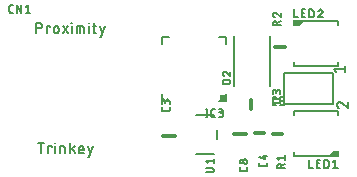
<source format=gbr>
G04 EAGLE Gerber RS-274X export*
G75*
%MOMM*%
%FSLAX34Y34*%
%LPD*%
%INSilkscreen Top*%
%IPPOS*%
%AMOC8*
5,1,8,0,0,1.08239X$1,22.5*%
G01*
%ADD10C,0.127000*%
%ADD11C,0.152400*%
%ADD12C,0.304800*%
%ADD13C,0.203200*%
%ADD14R,0.500000X0.500000*%

G36*
X228665Y-57773D02*
X228665Y-57773D01*
X228731Y-57771D01*
X228774Y-57753D01*
X228821Y-57745D01*
X228878Y-57711D01*
X228938Y-57686D01*
X228973Y-57655D01*
X229014Y-57630D01*
X229056Y-57579D01*
X229104Y-57535D01*
X229126Y-57493D01*
X229155Y-57456D01*
X229176Y-57394D01*
X229207Y-57335D01*
X229215Y-57281D01*
X229227Y-57244D01*
X229226Y-57204D01*
X229234Y-57150D01*
X229234Y-53340D01*
X229223Y-53275D01*
X229221Y-53209D01*
X229203Y-53166D01*
X229195Y-53119D01*
X229161Y-53062D01*
X229136Y-53002D01*
X229105Y-52967D01*
X229080Y-52926D01*
X229029Y-52885D01*
X228985Y-52836D01*
X228943Y-52814D01*
X228906Y-52785D01*
X228844Y-52764D01*
X228785Y-52733D01*
X228731Y-52725D01*
X228694Y-52713D01*
X228654Y-52714D01*
X228600Y-52706D01*
X224790Y-52706D01*
X224748Y-52713D01*
X224706Y-52711D01*
X224639Y-52733D01*
X224569Y-52745D01*
X224533Y-52767D01*
X224492Y-52780D01*
X224419Y-52834D01*
X224376Y-52860D01*
X224373Y-52863D01*
X224371Y-52864D01*
X224361Y-52877D01*
X224342Y-52892D01*
X220532Y-56702D01*
X220481Y-56775D01*
X220425Y-56844D01*
X220417Y-56866D01*
X220403Y-56886D01*
X220381Y-56972D01*
X220353Y-57056D01*
X220353Y-57080D01*
X220348Y-57103D01*
X220357Y-57192D01*
X220359Y-57281D01*
X220368Y-57303D01*
X220371Y-57326D01*
X220410Y-57406D01*
X220444Y-57488D01*
X220460Y-57506D01*
X220470Y-57527D01*
X220535Y-57588D01*
X220595Y-57654D01*
X220616Y-57665D01*
X220633Y-57681D01*
X220715Y-57716D01*
X220795Y-57757D01*
X220821Y-57760D01*
X220840Y-57769D01*
X220890Y-57771D01*
X220980Y-57784D01*
X228600Y-57784D01*
X228665Y-57773D01*
G37*
G36*
X194352Y52713D02*
X194352Y52713D01*
X194394Y52711D01*
X194461Y52733D01*
X194531Y52745D01*
X194567Y52767D01*
X194608Y52780D01*
X194681Y52834D01*
X194724Y52860D01*
X194737Y52876D01*
X194758Y52892D01*
X198568Y56702D01*
X198619Y56775D01*
X198675Y56844D01*
X198683Y56866D01*
X198697Y56886D01*
X198719Y56972D01*
X198747Y57056D01*
X198747Y57080D01*
X198753Y57103D01*
X198743Y57192D01*
X198741Y57281D01*
X198732Y57303D01*
X198729Y57326D01*
X198690Y57406D01*
X198656Y57488D01*
X198640Y57506D01*
X198630Y57527D01*
X198565Y57588D01*
X198505Y57654D01*
X198484Y57665D01*
X198467Y57681D01*
X198385Y57716D01*
X198305Y57757D01*
X198279Y57760D01*
X198260Y57769D01*
X198210Y57771D01*
X198120Y57784D01*
X190500Y57784D01*
X190435Y57773D01*
X190369Y57771D01*
X190326Y57753D01*
X190279Y57745D01*
X190222Y57711D01*
X190162Y57686D01*
X190127Y57655D01*
X190086Y57630D01*
X190045Y57579D01*
X189996Y57535D01*
X189974Y57493D01*
X189945Y57456D01*
X189924Y57394D01*
X189893Y57335D01*
X189885Y57281D01*
X189873Y57244D01*
X189873Y57240D01*
X189873Y57239D01*
X189874Y57204D01*
X189866Y57150D01*
X189866Y53340D01*
X189877Y53275D01*
X189879Y53209D01*
X189897Y53166D01*
X189905Y53119D01*
X189939Y53062D01*
X189964Y53002D01*
X189995Y52967D01*
X190020Y52926D01*
X190071Y52885D01*
X190115Y52836D01*
X190157Y52814D01*
X190194Y52785D01*
X190256Y52764D01*
X190315Y52733D01*
X190369Y52725D01*
X190406Y52713D01*
X190446Y52714D01*
X190500Y52706D01*
X194310Y52706D01*
X194352Y52713D01*
G37*
D10*
X-27305Y46990D02*
X-27305Y55880D01*
X-24836Y55880D01*
X-24738Y55878D01*
X-24640Y55872D01*
X-24542Y55862D01*
X-24445Y55849D01*
X-24348Y55831D01*
X-24252Y55810D01*
X-24158Y55785D01*
X-24064Y55756D01*
X-23971Y55724D01*
X-23880Y55687D01*
X-23790Y55648D01*
X-23702Y55604D01*
X-23616Y55557D01*
X-23531Y55507D01*
X-23449Y55454D01*
X-23369Y55397D01*
X-23291Y55337D01*
X-23216Y55274D01*
X-23143Y55208D01*
X-23073Y55139D01*
X-23006Y55068D01*
X-22941Y54994D01*
X-22880Y54917D01*
X-22821Y54838D01*
X-22766Y54757D01*
X-22714Y54674D01*
X-22666Y54588D01*
X-22621Y54501D01*
X-22579Y54412D01*
X-22541Y54322D01*
X-22507Y54230D01*
X-22476Y54137D01*
X-22449Y54042D01*
X-22426Y53947D01*
X-22406Y53850D01*
X-22391Y53754D01*
X-22379Y53656D01*
X-22371Y53558D01*
X-22367Y53460D01*
X-22367Y53362D01*
X-22371Y53264D01*
X-22379Y53166D01*
X-22391Y53068D01*
X-22406Y52972D01*
X-22426Y52875D01*
X-22449Y52780D01*
X-22476Y52685D01*
X-22507Y52592D01*
X-22541Y52500D01*
X-22579Y52410D01*
X-22621Y52321D01*
X-22666Y52234D01*
X-22714Y52148D01*
X-22766Y52065D01*
X-22821Y51984D01*
X-22880Y51905D01*
X-22941Y51828D01*
X-23006Y51754D01*
X-23073Y51683D01*
X-23143Y51614D01*
X-23216Y51548D01*
X-23291Y51485D01*
X-23369Y51425D01*
X-23449Y51368D01*
X-23531Y51315D01*
X-23616Y51265D01*
X-23702Y51218D01*
X-23790Y51174D01*
X-23880Y51135D01*
X-23971Y51098D01*
X-24064Y51066D01*
X-24158Y51037D01*
X-24252Y51012D01*
X-24348Y50991D01*
X-24445Y50973D01*
X-24542Y50960D01*
X-24640Y50950D01*
X-24738Y50944D01*
X-24836Y50942D01*
X-24836Y50941D02*
X-27305Y50941D01*
X-18382Y52917D02*
X-18382Y46990D01*
X-18382Y52917D02*
X-15419Y52917D01*
X-15419Y51929D01*
X-12354Y50941D02*
X-12354Y48966D01*
X-12355Y50941D02*
X-12353Y51028D01*
X-12347Y51116D01*
X-12338Y51203D01*
X-12324Y51289D01*
X-12307Y51375D01*
X-12286Y51459D01*
X-12261Y51543D01*
X-12232Y51626D01*
X-12200Y51707D01*
X-12165Y51787D01*
X-12126Y51865D01*
X-12083Y51942D01*
X-12037Y52016D01*
X-11988Y52088D01*
X-11936Y52158D01*
X-11880Y52226D01*
X-11822Y52291D01*
X-11761Y52354D01*
X-11697Y52413D01*
X-11630Y52470D01*
X-11562Y52524D01*
X-11490Y52575D01*
X-11417Y52622D01*
X-11342Y52667D01*
X-11264Y52708D01*
X-11185Y52745D01*
X-11105Y52779D01*
X-11023Y52809D01*
X-10940Y52836D01*
X-10855Y52859D01*
X-10770Y52878D01*
X-10684Y52893D01*
X-10597Y52905D01*
X-10510Y52913D01*
X-10423Y52917D01*
X-10335Y52917D01*
X-10248Y52913D01*
X-10161Y52905D01*
X-10074Y52893D01*
X-9988Y52878D01*
X-9903Y52859D01*
X-9818Y52836D01*
X-9735Y52809D01*
X-9653Y52779D01*
X-9573Y52745D01*
X-9494Y52708D01*
X-9416Y52667D01*
X-9341Y52622D01*
X-9268Y52575D01*
X-9196Y52524D01*
X-9128Y52470D01*
X-9061Y52413D01*
X-8997Y52354D01*
X-8936Y52291D01*
X-8878Y52226D01*
X-8822Y52158D01*
X-8770Y52088D01*
X-8721Y52016D01*
X-8675Y51942D01*
X-8632Y51865D01*
X-8593Y51787D01*
X-8558Y51707D01*
X-8526Y51626D01*
X-8497Y51543D01*
X-8472Y51459D01*
X-8451Y51375D01*
X-8434Y51289D01*
X-8420Y51203D01*
X-8411Y51116D01*
X-8405Y51028D01*
X-8403Y50941D01*
X-8403Y48966D01*
X-8405Y48879D01*
X-8411Y48791D01*
X-8420Y48704D01*
X-8434Y48618D01*
X-8451Y48532D01*
X-8472Y48448D01*
X-8497Y48364D01*
X-8526Y48281D01*
X-8558Y48200D01*
X-8593Y48120D01*
X-8632Y48042D01*
X-8675Y47965D01*
X-8721Y47891D01*
X-8770Y47819D01*
X-8822Y47749D01*
X-8878Y47681D01*
X-8936Y47616D01*
X-8997Y47553D01*
X-9061Y47494D01*
X-9128Y47437D01*
X-9196Y47383D01*
X-9268Y47332D01*
X-9341Y47285D01*
X-9416Y47240D01*
X-9494Y47199D01*
X-9573Y47162D01*
X-9653Y47128D01*
X-9735Y47098D01*
X-9818Y47071D01*
X-9903Y47048D01*
X-9988Y47029D01*
X-10074Y47014D01*
X-10161Y47002D01*
X-10248Y46994D01*
X-10335Y46990D01*
X-10423Y46990D01*
X-10510Y46994D01*
X-10597Y47002D01*
X-10684Y47014D01*
X-10770Y47029D01*
X-10855Y47048D01*
X-10940Y47071D01*
X-11023Y47098D01*
X-11105Y47128D01*
X-11185Y47162D01*
X-11264Y47199D01*
X-11342Y47240D01*
X-11417Y47285D01*
X-11490Y47332D01*
X-11562Y47383D01*
X-11630Y47437D01*
X-11697Y47494D01*
X-11761Y47553D01*
X-11822Y47616D01*
X-11880Y47681D01*
X-11936Y47749D01*
X-11988Y47819D01*
X-12037Y47891D01*
X-12083Y47965D01*
X-12126Y48042D01*
X-12165Y48120D01*
X-12200Y48200D01*
X-12232Y48281D01*
X-12261Y48364D01*
X-12286Y48448D01*
X-12307Y48532D01*
X-12324Y48618D01*
X-12338Y48704D01*
X-12347Y48791D01*
X-12353Y48879D01*
X-12355Y48966D01*
X-4734Y46990D02*
X-783Y52917D01*
X-4734Y52917D02*
X-783Y46990D01*
X2728Y46990D02*
X2728Y52917D01*
X2481Y55386D02*
X2481Y55880D01*
X2975Y55880D01*
X2975Y55386D01*
X2481Y55386D01*
X7079Y52917D02*
X7079Y46990D01*
X7079Y52917D02*
X11524Y52917D01*
X11599Y52915D01*
X11674Y52909D01*
X11748Y52900D01*
X11822Y52887D01*
X11895Y52870D01*
X11968Y52849D01*
X12039Y52825D01*
X12108Y52797D01*
X12177Y52766D01*
X12243Y52731D01*
X12308Y52693D01*
X12371Y52651D01*
X12431Y52607D01*
X12489Y52559D01*
X12545Y52509D01*
X12598Y52456D01*
X12648Y52400D01*
X12696Y52342D01*
X12740Y52282D01*
X12782Y52219D01*
X12820Y52154D01*
X12855Y52088D01*
X12886Y52019D01*
X12914Y51950D01*
X12938Y51879D01*
X12959Y51806D01*
X12976Y51733D01*
X12989Y51659D01*
X12998Y51585D01*
X13004Y51510D01*
X13006Y51435D01*
X13006Y46990D01*
X10043Y46990D02*
X10043Y52917D01*
X17358Y52917D02*
X17358Y46990D01*
X17111Y55386D02*
X17111Y55880D01*
X17605Y55880D01*
X17605Y55386D01*
X17111Y55386D01*
X20354Y52917D02*
X23317Y52917D01*
X21341Y55880D02*
X21341Y48472D01*
X21343Y48397D01*
X21349Y48322D01*
X21358Y48248D01*
X21371Y48174D01*
X21388Y48101D01*
X21409Y48028D01*
X21433Y47957D01*
X21461Y47888D01*
X21492Y47819D01*
X21527Y47753D01*
X21565Y47688D01*
X21607Y47625D01*
X21651Y47565D01*
X21699Y47507D01*
X21749Y47451D01*
X21802Y47398D01*
X21858Y47348D01*
X21916Y47300D01*
X21976Y47256D01*
X22039Y47214D01*
X22104Y47176D01*
X22170Y47141D01*
X22239Y47110D01*
X22308Y47082D01*
X22379Y47058D01*
X22452Y47037D01*
X22525Y47020D01*
X22599Y47007D01*
X22673Y46998D01*
X22748Y46992D01*
X22823Y46990D01*
X23317Y46990D01*
X26660Y44027D02*
X27648Y44027D01*
X30611Y52917D01*
X26660Y52917D02*
X28635Y46990D01*
X-23566Y-45720D02*
X-23566Y-54610D01*
X-26035Y-45720D02*
X-21096Y-45720D01*
X-17243Y-48683D02*
X-17243Y-54610D01*
X-17243Y-48683D02*
X-14280Y-48683D01*
X-14280Y-49671D01*
X-11374Y-48683D02*
X-11374Y-54610D01*
X-11621Y-46214D02*
X-11621Y-45720D01*
X-11127Y-45720D01*
X-11127Y-46214D01*
X-11621Y-46214D01*
X-7253Y-48683D02*
X-7253Y-54610D01*
X-7253Y-48683D02*
X-4784Y-48683D01*
X-4709Y-48685D01*
X-4634Y-48691D01*
X-4560Y-48700D01*
X-4486Y-48713D01*
X-4413Y-48730D01*
X-4340Y-48751D01*
X-4269Y-48775D01*
X-4200Y-48803D01*
X-4131Y-48834D01*
X-4065Y-48869D01*
X-4000Y-48907D01*
X-3937Y-48949D01*
X-3877Y-48993D01*
X-3819Y-49041D01*
X-3763Y-49091D01*
X-3710Y-49144D01*
X-3660Y-49200D01*
X-3612Y-49258D01*
X-3568Y-49318D01*
X-3526Y-49381D01*
X-3488Y-49446D01*
X-3453Y-49512D01*
X-3422Y-49581D01*
X-3394Y-49650D01*
X-3370Y-49721D01*
X-3349Y-49794D01*
X-3332Y-49867D01*
X-3319Y-49941D01*
X-3310Y-50015D01*
X-3304Y-50090D01*
X-3302Y-50165D01*
X-3302Y-54610D01*
X1420Y-54610D02*
X1420Y-45720D01*
X5371Y-48683D02*
X1420Y-51647D01*
X3149Y-50412D02*
X5371Y-54610D01*
X10383Y-54610D02*
X12852Y-54610D01*
X10383Y-54610D02*
X10308Y-54608D01*
X10233Y-54602D01*
X10159Y-54593D01*
X10085Y-54580D01*
X10012Y-54563D01*
X9939Y-54542D01*
X9868Y-54518D01*
X9799Y-54490D01*
X9730Y-54459D01*
X9664Y-54424D01*
X9599Y-54386D01*
X9536Y-54344D01*
X9476Y-54300D01*
X9418Y-54252D01*
X9362Y-54202D01*
X9309Y-54149D01*
X9259Y-54093D01*
X9211Y-54035D01*
X9167Y-53975D01*
X9125Y-53912D01*
X9087Y-53847D01*
X9052Y-53781D01*
X9021Y-53712D01*
X8993Y-53643D01*
X8969Y-53572D01*
X8948Y-53499D01*
X8931Y-53426D01*
X8918Y-53352D01*
X8909Y-53278D01*
X8903Y-53203D01*
X8901Y-53128D01*
X8901Y-50659D01*
X8903Y-50572D01*
X8909Y-50484D01*
X8918Y-50397D01*
X8932Y-50311D01*
X8949Y-50225D01*
X8970Y-50141D01*
X8995Y-50057D01*
X9024Y-49974D01*
X9056Y-49893D01*
X9091Y-49813D01*
X9130Y-49735D01*
X9173Y-49658D01*
X9219Y-49584D01*
X9268Y-49512D01*
X9320Y-49442D01*
X9376Y-49374D01*
X9434Y-49309D01*
X9495Y-49246D01*
X9559Y-49187D01*
X9626Y-49130D01*
X9694Y-49076D01*
X9766Y-49025D01*
X9839Y-48978D01*
X9914Y-48933D01*
X9992Y-48892D01*
X10071Y-48855D01*
X10151Y-48821D01*
X10233Y-48791D01*
X10316Y-48764D01*
X10401Y-48741D01*
X10486Y-48722D01*
X10572Y-48707D01*
X10659Y-48695D01*
X10746Y-48687D01*
X10833Y-48683D01*
X10921Y-48683D01*
X11008Y-48687D01*
X11095Y-48695D01*
X11182Y-48707D01*
X11268Y-48722D01*
X11353Y-48741D01*
X11438Y-48764D01*
X11521Y-48791D01*
X11603Y-48821D01*
X11683Y-48855D01*
X11762Y-48892D01*
X11840Y-48933D01*
X11915Y-48978D01*
X11988Y-49025D01*
X12060Y-49076D01*
X12128Y-49130D01*
X12195Y-49187D01*
X12259Y-49246D01*
X12320Y-49309D01*
X12378Y-49374D01*
X12434Y-49442D01*
X12486Y-49512D01*
X12535Y-49584D01*
X12581Y-49658D01*
X12624Y-49735D01*
X12663Y-49813D01*
X12698Y-49893D01*
X12730Y-49974D01*
X12759Y-50057D01*
X12784Y-50141D01*
X12805Y-50225D01*
X12822Y-50311D01*
X12836Y-50397D01*
X12845Y-50484D01*
X12851Y-50572D01*
X12853Y-50659D01*
X12852Y-50659D02*
X12852Y-51647D01*
X8901Y-51647D01*
X16521Y-57573D02*
X17509Y-57573D01*
X20472Y-48683D01*
X16521Y-48683D02*
X18497Y-54610D01*
X227330Y-13723D02*
X227332Y-13631D01*
X227338Y-13539D01*
X227347Y-13448D01*
X227360Y-13357D01*
X227377Y-13267D01*
X227398Y-13177D01*
X227422Y-13089D01*
X227450Y-13001D01*
X227482Y-12915D01*
X227517Y-12830D01*
X227556Y-12747D01*
X227598Y-12665D01*
X227643Y-12585D01*
X227692Y-12507D01*
X227744Y-12431D01*
X227799Y-12358D01*
X227857Y-12286D01*
X227917Y-12217D01*
X227981Y-12151D01*
X228047Y-12087D01*
X228116Y-12027D01*
X228188Y-11969D01*
X228261Y-11914D01*
X228337Y-11862D01*
X228415Y-11813D01*
X228495Y-11768D01*
X228577Y-11726D01*
X228660Y-11687D01*
X228745Y-11652D01*
X228831Y-11620D01*
X228919Y-11592D01*
X229007Y-11568D01*
X229097Y-11547D01*
X229187Y-11530D01*
X229278Y-11517D01*
X229369Y-11508D01*
X229461Y-11502D01*
X229553Y-11500D01*
X227330Y-13723D02*
X227332Y-13829D01*
X227338Y-13934D01*
X227348Y-14039D01*
X227361Y-14144D01*
X227379Y-14248D01*
X227400Y-14351D01*
X227425Y-14454D01*
X227454Y-14556D01*
X227487Y-14656D01*
X227523Y-14755D01*
X227563Y-14853D01*
X227607Y-14949D01*
X227654Y-15044D01*
X227704Y-15136D01*
X227758Y-15227D01*
X227816Y-15316D01*
X227876Y-15402D01*
X227940Y-15486D01*
X228006Y-15568D01*
X228076Y-15648D01*
X228149Y-15724D01*
X228224Y-15798D01*
X228302Y-15869D01*
X228383Y-15937D01*
X228466Y-16003D01*
X228552Y-16065D01*
X228639Y-16123D01*
X228729Y-16179D01*
X228821Y-16231D01*
X228915Y-16280D01*
X229010Y-16325D01*
X229107Y-16367D01*
X229206Y-16405D01*
X229305Y-16439D01*
X231282Y-12242D02*
X231213Y-12173D01*
X231143Y-12107D01*
X231069Y-12044D01*
X230993Y-11985D01*
X230915Y-11928D01*
X230835Y-11874D01*
X230752Y-11824D01*
X230668Y-11777D01*
X230581Y-11734D01*
X230493Y-11694D01*
X230404Y-11658D01*
X230313Y-11625D01*
X230221Y-11596D01*
X230127Y-11571D01*
X230033Y-11550D01*
X229938Y-11532D01*
X229842Y-11519D01*
X229746Y-11509D01*
X229650Y-11503D01*
X229553Y-11501D01*
X231281Y-12241D02*
X236220Y-16439D01*
X236220Y-11501D01*
X226766Y14041D02*
X224790Y16510D01*
X233680Y16510D01*
X233680Y14041D02*
X233680Y18979D01*
D11*
X-47103Y64262D02*
X-48570Y64262D01*
X-48644Y64264D01*
X-48719Y64270D01*
X-48792Y64279D01*
X-48866Y64292D01*
X-48938Y64309D01*
X-49009Y64329D01*
X-49080Y64353D01*
X-49149Y64381D01*
X-49217Y64412D01*
X-49282Y64446D01*
X-49347Y64484D01*
X-49409Y64525D01*
X-49469Y64569D01*
X-49526Y64616D01*
X-49581Y64666D01*
X-49634Y64719D01*
X-49684Y64774D01*
X-49731Y64831D01*
X-49775Y64891D01*
X-49816Y64953D01*
X-49854Y65018D01*
X-49888Y65084D01*
X-49919Y65151D01*
X-49947Y65220D01*
X-49971Y65291D01*
X-49991Y65362D01*
X-50008Y65435D01*
X-50021Y65508D01*
X-50030Y65582D01*
X-50036Y65656D01*
X-50038Y65730D01*
X-50038Y69398D01*
X-50036Y69472D01*
X-50030Y69547D01*
X-50021Y69620D01*
X-50008Y69693D01*
X-49991Y69766D01*
X-49971Y69837D01*
X-49947Y69908D01*
X-49919Y69977D01*
X-49888Y70044D01*
X-49854Y70110D01*
X-49816Y70175D01*
X-49775Y70237D01*
X-49731Y70297D01*
X-49684Y70354D01*
X-49634Y70409D01*
X-49581Y70462D01*
X-49526Y70512D01*
X-49469Y70559D01*
X-49409Y70603D01*
X-49347Y70644D01*
X-49282Y70682D01*
X-49217Y70716D01*
X-49149Y70747D01*
X-49080Y70775D01*
X-49010Y70799D01*
X-48938Y70819D01*
X-48866Y70836D01*
X-48792Y70849D01*
X-48719Y70858D01*
X-48644Y70864D01*
X-48570Y70866D01*
X-47103Y70866D01*
X-43663Y70866D02*
X-43663Y64262D01*
X-39994Y64262D02*
X-43663Y70866D01*
X-39994Y70866D02*
X-39994Y64262D01*
X-36104Y69398D02*
X-34269Y70866D01*
X-34269Y64262D01*
X-32435Y64262D02*
X-36104Y64262D01*
D12*
X140335Y-38735D02*
X150495Y-38735D01*
D11*
X151511Y-66682D02*
X151511Y-68150D01*
X151509Y-68224D01*
X151503Y-68299D01*
X151494Y-68372D01*
X151481Y-68446D01*
X151464Y-68518D01*
X151444Y-68589D01*
X151420Y-68660D01*
X151392Y-68729D01*
X151361Y-68796D01*
X151327Y-68862D01*
X151289Y-68927D01*
X151248Y-68989D01*
X151204Y-69049D01*
X151157Y-69106D01*
X151107Y-69161D01*
X151054Y-69214D01*
X150999Y-69264D01*
X150942Y-69311D01*
X150882Y-69355D01*
X150820Y-69396D01*
X150755Y-69434D01*
X150689Y-69468D01*
X150622Y-69499D01*
X150553Y-69527D01*
X150482Y-69551D01*
X150411Y-69571D01*
X150339Y-69588D01*
X150265Y-69601D01*
X150192Y-69610D01*
X150117Y-69616D01*
X150043Y-69618D01*
X150043Y-69617D02*
X146375Y-69617D01*
X146375Y-69618D02*
X146301Y-69616D01*
X146226Y-69610D01*
X146153Y-69601D01*
X146080Y-69588D01*
X146007Y-69571D01*
X145936Y-69551D01*
X145865Y-69527D01*
X145796Y-69499D01*
X145729Y-69468D01*
X145663Y-69434D01*
X145598Y-69396D01*
X145536Y-69355D01*
X145476Y-69311D01*
X145419Y-69264D01*
X145364Y-69214D01*
X145311Y-69161D01*
X145261Y-69106D01*
X145214Y-69049D01*
X145170Y-68989D01*
X145129Y-68927D01*
X145091Y-68862D01*
X145057Y-68797D01*
X145026Y-68729D01*
X144998Y-68660D01*
X144974Y-68590D01*
X144954Y-68518D01*
X144937Y-68446D01*
X144924Y-68372D01*
X144915Y-68299D01*
X144909Y-68224D01*
X144907Y-68150D01*
X144907Y-66682D01*
X149677Y-63485D02*
X149592Y-63483D01*
X149508Y-63477D01*
X149424Y-63467D01*
X149340Y-63454D01*
X149257Y-63436D01*
X149175Y-63415D01*
X149094Y-63390D01*
X149014Y-63361D01*
X148936Y-63329D01*
X148860Y-63293D01*
X148785Y-63253D01*
X148712Y-63210D01*
X148641Y-63164D01*
X148572Y-63115D01*
X148505Y-63062D01*
X148441Y-63006D01*
X148380Y-62948D01*
X148322Y-62887D01*
X148266Y-62823D01*
X148213Y-62756D01*
X148164Y-62687D01*
X148118Y-62616D01*
X148075Y-62543D01*
X148035Y-62468D01*
X147999Y-62392D01*
X147967Y-62314D01*
X147938Y-62234D01*
X147913Y-62153D01*
X147892Y-62071D01*
X147874Y-61988D01*
X147861Y-61904D01*
X147851Y-61820D01*
X147845Y-61736D01*
X147843Y-61651D01*
X147845Y-61566D01*
X147851Y-61482D01*
X147861Y-61398D01*
X147874Y-61314D01*
X147892Y-61231D01*
X147913Y-61149D01*
X147938Y-61068D01*
X147967Y-60988D01*
X147999Y-60910D01*
X148035Y-60834D01*
X148075Y-60759D01*
X148118Y-60686D01*
X148164Y-60615D01*
X148213Y-60546D01*
X148266Y-60479D01*
X148322Y-60415D01*
X148380Y-60354D01*
X148441Y-60296D01*
X148505Y-60240D01*
X148572Y-60187D01*
X148641Y-60138D01*
X148712Y-60092D01*
X148785Y-60049D01*
X148860Y-60009D01*
X148936Y-59973D01*
X149014Y-59941D01*
X149094Y-59912D01*
X149175Y-59887D01*
X149257Y-59866D01*
X149340Y-59848D01*
X149424Y-59835D01*
X149508Y-59825D01*
X149592Y-59819D01*
X149677Y-59817D01*
X149762Y-59819D01*
X149846Y-59825D01*
X149930Y-59835D01*
X150014Y-59848D01*
X150097Y-59866D01*
X150179Y-59887D01*
X150260Y-59912D01*
X150340Y-59941D01*
X150418Y-59973D01*
X150494Y-60009D01*
X150569Y-60049D01*
X150642Y-60092D01*
X150713Y-60138D01*
X150782Y-60187D01*
X150849Y-60240D01*
X150913Y-60296D01*
X150974Y-60354D01*
X151032Y-60415D01*
X151088Y-60479D01*
X151141Y-60546D01*
X151190Y-60615D01*
X151236Y-60686D01*
X151279Y-60759D01*
X151319Y-60834D01*
X151355Y-60910D01*
X151387Y-60988D01*
X151416Y-61068D01*
X151441Y-61149D01*
X151462Y-61231D01*
X151480Y-61314D01*
X151493Y-61398D01*
X151503Y-61482D01*
X151509Y-61566D01*
X151511Y-61651D01*
X151509Y-61736D01*
X151503Y-61820D01*
X151493Y-61904D01*
X151480Y-61988D01*
X151462Y-62071D01*
X151441Y-62153D01*
X151416Y-62234D01*
X151387Y-62314D01*
X151355Y-62392D01*
X151319Y-62468D01*
X151279Y-62543D01*
X151236Y-62616D01*
X151190Y-62687D01*
X151141Y-62756D01*
X151088Y-62823D01*
X151032Y-62887D01*
X150974Y-62948D01*
X150913Y-63006D01*
X150849Y-63062D01*
X150782Y-63115D01*
X150713Y-63164D01*
X150642Y-63210D01*
X150569Y-63253D01*
X150494Y-63293D01*
X150418Y-63329D01*
X150340Y-63361D01*
X150260Y-63390D01*
X150179Y-63415D01*
X150097Y-63436D01*
X150014Y-63454D01*
X149930Y-63467D01*
X149846Y-63477D01*
X149762Y-63483D01*
X149677Y-63485D01*
X146375Y-63119D02*
X146299Y-63117D01*
X146224Y-63111D01*
X146149Y-63102D01*
X146075Y-63088D01*
X146001Y-63071D01*
X145929Y-63049D01*
X145857Y-63025D01*
X145787Y-62996D01*
X145719Y-62964D01*
X145652Y-62929D01*
X145587Y-62890D01*
X145524Y-62847D01*
X145464Y-62802D01*
X145406Y-62754D01*
X145350Y-62702D01*
X145298Y-62648D01*
X145248Y-62591D01*
X145201Y-62532D01*
X145157Y-62471D01*
X145116Y-62407D01*
X145079Y-62341D01*
X145045Y-62273D01*
X145015Y-62204D01*
X144988Y-62133D01*
X144965Y-62061D01*
X144946Y-61988D01*
X144931Y-61914D01*
X144919Y-61839D01*
X144911Y-61764D01*
X144907Y-61689D01*
X144907Y-61613D01*
X144911Y-61538D01*
X144919Y-61463D01*
X144931Y-61388D01*
X144946Y-61314D01*
X144965Y-61241D01*
X144988Y-61169D01*
X145015Y-61098D01*
X145045Y-61029D01*
X145079Y-60961D01*
X145116Y-60895D01*
X145157Y-60831D01*
X145201Y-60770D01*
X145248Y-60711D01*
X145298Y-60654D01*
X145350Y-60600D01*
X145406Y-60548D01*
X145464Y-60500D01*
X145524Y-60455D01*
X145587Y-60412D01*
X145652Y-60373D01*
X145719Y-60338D01*
X145787Y-60306D01*
X145857Y-60277D01*
X145929Y-60253D01*
X146001Y-60231D01*
X146075Y-60214D01*
X146149Y-60200D01*
X146224Y-60191D01*
X146299Y-60185D01*
X146375Y-60183D01*
X146451Y-60185D01*
X146526Y-60191D01*
X146601Y-60200D01*
X146675Y-60214D01*
X146749Y-60231D01*
X146821Y-60253D01*
X146893Y-60277D01*
X146963Y-60306D01*
X147031Y-60338D01*
X147098Y-60373D01*
X147163Y-60412D01*
X147226Y-60455D01*
X147286Y-60500D01*
X147344Y-60548D01*
X147400Y-60600D01*
X147452Y-60654D01*
X147502Y-60711D01*
X147549Y-60770D01*
X147593Y-60831D01*
X147634Y-60895D01*
X147671Y-60961D01*
X147705Y-61029D01*
X147735Y-61098D01*
X147762Y-61169D01*
X147785Y-61241D01*
X147804Y-61314D01*
X147819Y-61388D01*
X147831Y-61463D01*
X147839Y-61538D01*
X147843Y-61613D01*
X147843Y-61689D01*
X147839Y-61764D01*
X147831Y-61839D01*
X147819Y-61914D01*
X147804Y-61988D01*
X147785Y-62061D01*
X147762Y-62133D01*
X147735Y-62204D01*
X147705Y-62273D01*
X147671Y-62341D01*
X147634Y-62407D01*
X147593Y-62471D01*
X147549Y-62532D01*
X147502Y-62591D01*
X147452Y-62648D01*
X147400Y-62702D01*
X147344Y-62754D01*
X147286Y-62802D01*
X147226Y-62847D01*
X147163Y-62890D01*
X147098Y-62929D01*
X147031Y-62964D01*
X146963Y-62996D01*
X146893Y-63025D01*
X146821Y-63049D01*
X146749Y-63071D01*
X146675Y-63088D01*
X146601Y-63102D01*
X146526Y-63111D01*
X146451Y-63117D01*
X146375Y-63119D01*
D12*
X90170Y-40005D02*
X80010Y-40005D01*
D11*
X85598Y-17455D02*
X85598Y-15988D01*
X85598Y-17455D02*
X85596Y-17529D01*
X85590Y-17604D01*
X85581Y-17677D01*
X85568Y-17751D01*
X85551Y-17823D01*
X85531Y-17894D01*
X85507Y-17965D01*
X85479Y-18034D01*
X85448Y-18101D01*
X85414Y-18167D01*
X85376Y-18232D01*
X85335Y-18294D01*
X85291Y-18354D01*
X85244Y-18411D01*
X85194Y-18466D01*
X85141Y-18519D01*
X85086Y-18569D01*
X85029Y-18616D01*
X84969Y-18660D01*
X84907Y-18701D01*
X84842Y-18739D01*
X84776Y-18773D01*
X84709Y-18804D01*
X84640Y-18832D01*
X84569Y-18856D01*
X84498Y-18876D01*
X84426Y-18893D01*
X84352Y-18906D01*
X84279Y-18915D01*
X84204Y-18921D01*
X84130Y-18923D01*
X80462Y-18923D01*
X80388Y-18921D01*
X80313Y-18915D01*
X80240Y-18906D01*
X80167Y-18893D01*
X80094Y-18876D01*
X80023Y-18856D01*
X79952Y-18832D01*
X79883Y-18804D01*
X79816Y-18773D01*
X79750Y-18739D01*
X79685Y-18701D01*
X79623Y-18660D01*
X79563Y-18616D01*
X79506Y-18569D01*
X79451Y-18519D01*
X79398Y-18466D01*
X79348Y-18411D01*
X79301Y-18354D01*
X79257Y-18294D01*
X79216Y-18232D01*
X79178Y-18167D01*
X79144Y-18102D01*
X79113Y-18034D01*
X79085Y-17965D01*
X79061Y-17895D01*
X79041Y-17823D01*
X79024Y-17751D01*
X79011Y-17677D01*
X79002Y-17604D01*
X78996Y-17529D01*
X78994Y-17455D01*
X78994Y-15988D01*
X85598Y-12792D02*
X85598Y-10957D01*
X85596Y-10872D01*
X85590Y-10788D01*
X85580Y-10704D01*
X85567Y-10620D01*
X85549Y-10537D01*
X85528Y-10455D01*
X85503Y-10374D01*
X85474Y-10294D01*
X85442Y-10216D01*
X85406Y-10140D01*
X85366Y-10065D01*
X85323Y-9992D01*
X85277Y-9921D01*
X85228Y-9852D01*
X85175Y-9785D01*
X85119Y-9721D01*
X85061Y-9660D01*
X85000Y-9602D01*
X84936Y-9546D01*
X84869Y-9493D01*
X84800Y-9444D01*
X84729Y-9398D01*
X84656Y-9355D01*
X84581Y-9315D01*
X84505Y-9279D01*
X84427Y-9247D01*
X84347Y-9218D01*
X84266Y-9193D01*
X84184Y-9172D01*
X84101Y-9154D01*
X84017Y-9141D01*
X83933Y-9131D01*
X83849Y-9125D01*
X83764Y-9123D01*
X83679Y-9125D01*
X83595Y-9131D01*
X83511Y-9141D01*
X83427Y-9154D01*
X83344Y-9172D01*
X83262Y-9193D01*
X83181Y-9218D01*
X83101Y-9247D01*
X83023Y-9279D01*
X82947Y-9315D01*
X82872Y-9355D01*
X82799Y-9398D01*
X82728Y-9444D01*
X82659Y-9493D01*
X82592Y-9546D01*
X82528Y-9602D01*
X82467Y-9660D01*
X82409Y-9721D01*
X82353Y-9785D01*
X82300Y-9852D01*
X82251Y-9921D01*
X82205Y-9992D01*
X82162Y-10065D01*
X82122Y-10140D01*
X82086Y-10216D01*
X82054Y-10294D01*
X82025Y-10374D01*
X82000Y-10455D01*
X81979Y-10537D01*
X81961Y-10620D01*
X81948Y-10704D01*
X81938Y-10788D01*
X81932Y-10872D01*
X81930Y-10957D01*
X78994Y-10590D02*
X78994Y-12792D01*
X78994Y-10590D02*
X78996Y-10514D01*
X79002Y-10439D01*
X79011Y-10364D01*
X79025Y-10290D01*
X79042Y-10216D01*
X79064Y-10144D01*
X79088Y-10072D01*
X79117Y-10002D01*
X79149Y-9934D01*
X79184Y-9867D01*
X79223Y-9802D01*
X79266Y-9739D01*
X79311Y-9679D01*
X79359Y-9621D01*
X79411Y-9565D01*
X79465Y-9513D01*
X79522Y-9463D01*
X79581Y-9416D01*
X79642Y-9372D01*
X79706Y-9331D01*
X79772Y-9294D01*
X79840Y-9260D01*
X79909Y-9230D01*
X79980Y-9203D01*
X80052Y-9180D01*
X80125Y-9161D01*
X80199Y-9146D01*
X80274Y-9134D01*
X80349Y-9126D01*
X80424Y-9122D01*
X80500Y-9122D01*
X80575Y-9126D01*
X80650Y-9134D01*
X80725Y-9146D01*
X80799Y-9161D01*
X80872Y-9180D01*
X80944Y-9203D01*
X81015Y-9230D01*
X81084Y-9260D01*
X81152Y-9294D01*
X81218Y-9331D01*
X81282Y-9372D01*
X81343Y-9416D01*
X81402Y-9463D01*
X81459Y-9513D01*
X81513Y-9565D01*
X81565Y-9621D01*
X81613Y-9679D01*
X81658Y-9739D01*
X81701Y-9802D01*
X81740Y-9867D01*
X81775Y-9934D01*
X81807Y-10002D01*
X81836Y-10072D01*
X81860Y-10144D01*
X81882Y-10216D01*
X81899Y-10290D01*
X81913Y-10364D01*
X81922Y-10439D01*
X81928Y-10514D01*
X81930Y-10590D01*
X81929Y-10590D02*
X81929Y-12058D01*
D13*
X140321Y2495D02*
X140321Y44495D01*
X170829Y44495D02*
X170829Y2495D01*
D11*
X135199Y3937D02*
X132263Y3937D01*
X132178Y3939D01*
X132094Y3945D01*
X132010Y3955D01*
X131926Y3968D01*
X131843Y3986D01*
X131761Y4007D01*
X131680Y4032D01*
X131600Y4061D01*
X131522Y4093D01*
X131446Y4129D01*
X131371Y4169D01*
X131298Y4212D01*
X131227Y4258D01*
X131158Y4307D01*
X131091Y4360D01*
X131027Y4416D01*
X130966Y4474D01*
X130908Y4535D01*
X130852Y4599D01*
X130799Y4666D01*
X130750Y4735D01*
X130704Y4806D01*
X130661Y4879D01*
X130621Y4954D01*
X130585Y5030D01*
X130553Y5108D01*
X130524Y5188D01*
X130499Y5269D01*
X130478Y5351D01*
X130460Y5434D01*
X130447Y5518D01*
X130437Y5602D01*
X130431Y5686D01*
X130429Y5771D01*
X130431Y5856D01*
X130437Y5940D01*
X130447Y6024D01*
X130460Y6108D01*
X130478Y6191D01*
X130499Y6273D01*
X130524Y6354D01*
X130553Y6434D01*
X130585Y6512D01*
X130621Y6588D01*
X130661Y6663D01*
X130704Y6736D01*
X130750Y6807D01*
X130799Y6876D01*
X130852Y6943D01*
X130908Y7007D01*
X130966Y7068D01*
X131027Y7126D01*
X131091Y7182D01*
X131158Y7235D01*
X131227Y7284D01*
X131298Y7330D01*
X131371Y7373D01*
X131446Y7413D01*
X131522Y7449D01*
X131600Y7481D01*
X131680Y7510D01*
X131761Y7535D01*
X131843Y7556D01*
X131926Y7574D01*
X132010Y7587D01*
X132094Y7597D01*
X132178Y7603D01*
X132263Y7605D01*
X132263Y7606D02*
X135199Y7606D01*
X135199Y7605D02*
X135284Y7603D01*
X135368Y7597D01*
X135452Y7587D01*
X135536Y7574D01*
X135619Y7556D01*
X135701Y7535D01*
X135782Y7510D01*
X135862Y7481D01*
X135940Y7449D01*
X136016Y7413D01*
X136091Y7373D01*
X136164Y7330D01*
X136235Y7284D01*
X136304Y7235D01*
X136371Y7182D01*
X136435Y7126D01*
X136496Y7068D01*
X136554Y7007D01*
X136610Y6943D01*
X136663Y6876D01*
X136712Y6807D01*
X136758Y6736D01*
X136801Y6663D01*
X136841Y6588D01*
X136877Y6512D01*
X136909Y6434D01*
X136938Y6354D01*
X136963Y6273D01*
X136984Y6191D01*
X137002Y6108D01*
X137015Y6024D01*
X137025Y5940D01*
X137031Y5856D01*
X137033Y5771D01*
X137031Y5686D01*
X137025Y5602D01*
X137015Y5518D01*
X137002Y5434D01*
X136984Y5351D01*
X136963Y5269D01*
X136938Y5188D01*
X136909Y5108D01*
X136877Y5030D01*
X136841Y4954D01*
X136801Y4879D01*
X136758Y4806D01*
X136712Y4735D01*
X136663Y4666D01*
X136610Y4599D01*
X136554Y4535D01*
X136496Y4474D01*
X136435Y4416D01*
X136371Y4360D01*
X136304Y4307D01*
X136235Y4258D01*
X136164Y4212D01*
X136091Y4169D01*
X136016Y4129D01*
X135940Y4093D01*
X135862Y4061D01*
X135782Y4032D01*
X135701Y4007D01*
X135619Y3986D01*
X135536Y3968D01*
X135452Y3955D01*
X135368Y3945D01*
X135284Y3939D01*
X135199Y3937D01*
X135565Y6872D02*
X137033Y8340D01*
X132080Y14451D02*
X132001Y14449D01*
X131923Y14444D01*
X131845Y14434D01*
X131768Y14421D01*
X131691Y14404D01*
X131615Y14384D01*
X131540Y14360D01*
X131466Y14333D01*
X131394Y14302D01*
X131323Y14267D01*
X131255Y14230D01*
X131187Y14189D01*
X131122Y14145D01*
X131059Y14098D01*
X130999Y14048D01*
X130941Y13995D01*
X130885Y13939D01*
X130832Y13881D01*
X130782Y13821D01*
X130735Y13758D01*
X130691Y13693D01*
X130650Y13626D01*
X130613Y13557D01*
X130578Y13486D01*
X130547Y13414D01*
X130520Y13340D01*
X130496Y13265D01*
X130476Y13189D01*
X130459Y13112D01*
X130446Y13035D01*
X130436Y12957D01*
X130431Y12879D01*
X130429Y12800D01*
X130431Y12711D01*
X130436Y12622D01*
X130446Y12534D01*
X130459Y12446D01*
X130475Y12359D01*
X130496Y12272D01*
X130520Y12187D01*
X130547Y12102D01*
X130578Y12019D01*
X130613Y11937D01*
X130651Y11856D01*
X130692Y11777D01*
X130736Y11701D01*
X130784Y11625D01*
X130835Y11552D01*
X130888Y11482D01*
X130945Y11413D01*
X131005Y11347D01*
X131067Y11284D01*
X131132Y11223D01*
X131199Y11165D01*
X131269Y11110D01*
X131341Y11057D01*
X131415Y11008D01*
X131491Y10962D01*
X131569Y10920D01*
X131649Y10880D01*
X131730Y10844D01*
X131813Y10811D01*
X131897Y10782D01*
X133364Y13901D02*
X133308Y13957D01*
X133249Y14011D01*
X133188Y14062D01*
X133124Y14111D01*
X133059Y14156D01*
X132991Y14199D01*
X132922Y14238D01*
X132851Y14275D01*
X132778Y14308D01*
X132704Y14337D01*
X132629Y14364D01*
X132553Y14387D01*
X132475Y14406D01*
X132397Y14422D01*
X132319Y14435D01*
X132239Y14444D01*
X132160Y14449D01*
X132080Y14451D01*
X133364Y13901D02*
X137033Y10782D01*
X137033Y14451D01*
D10*
X133045Y-10490D02*
X127045Y-10490D01*
X133045Y-10490D02*
X133045Y-4490D01*
X85045Y-10490D02*
X79045Y-10490D01*
X79045Y-4490D01*
X133045Y37510D02*
X133045Y43510D01*
X127045Y43510D01*
X79045Y43510D02*
X79045Y37510D01*
X79045Y43510D02*
X85045Y43510D01*
D14*
X130545Y-7990D03*
D11*
X116900Y-17232D02*
X116900Y-23836D01*
X116167Y-23836D02*
X117634Y-23836D01*
X117634Y-17232D02*
X116167Y-17232D01*
X122350Y-23836D02*
X123818Y-23836D01*
X122350Y-23836D02*
X122276Y-23834D01*
X122201Y-23828D01*
X122128Y-23819D01*
X122054Y-23806D01*
X121982Y-23789D01*
X121911Y-23769D01*
X121840Y-23745D01*
X121771Y-23717D01*
X121704Y-23686D01*
X121638Y-23652D01*
X121573Y-23614D01*
X121511Y-23573D01*
X121451Y-23529D01*
X121394Y-23482D01*
X121339Y-23432D01*
X121286Y-23379D01*
X121236Y-23324D01*
X121189Y-23267D01*
X121145Y-23207D01*
X121104Y-23145D01*
X121066Y-23080D01*
X121032Y-23015D01*
X121001Y-22947D01*
X120973Y-22878D01*
X120949Y-22807D01*
X120929Y-22736D01*
X120912Y-22664D01*
X120899Y-22590D01*
X120890Y-22517D01*
X120884Y-22442D01*
X120882Y-22368D01*
X120883Y-22368D02*
X120883Y-18700D01*
X120882Y-18700D02*
X120884Y-18626D01*
X120890Y-18551D01*
X120899Y-18478D01*
X120912Y-18404D01*
X120929Y-18332D01*
X120949Y-18261D01*
X120973Y-18190D01*
X121001Y-18121D01*
X121032Y-18054D01*
X121066Y-17988D01*
X121104Y-17923D01*
X121145Y-17861D01*
X121189Y-17801D01*
X121236Y-17744D01*
X121286Y-17689D01*
X121339Y-17636D01*
X121394Y-17586D01*
X121451Y-17539D01*
X121511Y-17495D01*
X121573Y-17454D01*
X121638Y-17416D01*
X121703Y-17382D01*
X121771Y-17351D01*
X121840Y-17323D01*
X121911Y-17299D01*
X121982Y-17279D01*
X122054Y-17262D01*
X122128Y-17249D01*
X122201Y-17240D01*
X122276Y-17234D01*
X122350Y-17232D01*
X123818Y-17232D01*
X127014Y-23836D02*
X128849Y-23836D01*
X128934Y-23834D01*
X129018Y-23828D01*
X129102Y-23818D01*
X129186Y-23805D01*
X129269Y-23787D01*
X129351Y-23766D01*
X129432Y-23741D01*
X129512Y-23712D01*
X129590Y-23680D01*
X129666Y-23644D01*
X129741Y-23604D01*
X129814Y-23561D01*
X129885Y-23515D01*
X129954Y-23466D01*
X130021Y-23413D01*
X130085Y-23357D01*
X130146Y-23299D01*
X130204Y-23238D01*
X130260Y-23174D01*
X130313Y-23107D01*
X130362Y-23038D01*
X130408Y-22967D01*
X130451Y-22894D01*
X130491Y-22819D01*
X130527Y-22743D01*
X130559Y-22665D01*
X130588Y-22585D01*
X130613Y-22504D01*
X130634Y-22422D01*
X130652Y-22339D01*
X130665Y-22255D01*
X130675Y-22171D01*
X130681Y-22087D01*
X130683Y-22002D01*
X130681Y-21917D01*
X130675Y-21833D01*
X130665Y-21749D01*
X130652Y-21665D01*
X130634Y-21582D01*
X130613Y-21500D01*
X130588Y-21419D01*
X130559Y-21339D01*
X130527Y-21261D01*
X130491Y-21185D01*
X130451Y-21110D01*
X130408Y-21037D01*
X130362Y-20966D01*
X130313Y-20897D01*
X130260Y-20830D01*
X130204Y-20766D01*
X130146Y-20705D01*
X130085Y-20647D01*
X130021Y-20591D01*
X129954Y-20538D01*
X129885Y-20489D01*
X129814Y-20443D01*
X129741Y-20400D01*
X129666Y-20360D01*
X129590Y-20324D01*
X129512Y-20292D01*
X129432Y-20263D01*
X129351Y-20238D01*
X129269Y-20217D01*
X129186Y-20199D01*
X129102Y-20186D01*
X129018Y-20176D01*
X128934Y-20170D01*
X128849Y-20168D01*
X129215Y-17232D02*
X127014Y-17232D01*
X129215Y-17232D02*
X129291Y-17234D01*
X129366Y-17240D01*
X129441Y-17249D01*
X129515Y-17263D01*
X129589Y-17280D01*
X129661Y-17302D01*
X129733Y-17326D01*
X129803Y-17355D01*
X129871Y-17387D01*
X129938Y-17422D01*
X130003Y-17461D01*
X130066Y-17504D01*
X130126Y-17549D01*
X130184Y-17597D01*
X130240Y-17649D01*
X130292Y-17703D01*
X130342Y-17760D01*
X130389Y-17819D01*
X130433Y-17880D01*
X130474Y-17944D01*
X130511Y-18010D01*
X130545Y-18078D01*
X130575Y-18147D01*
X130602Y-18218D01*
X130625Y-18290D01*
X130644Y-18363D01*
X130659Y-18437D01*
X130671Y-18512D01*
X130679Y-18587D01*
X130683Y-18662D01*
X130683Y-18738D01*
X130679Y-18813D01*
X130671Y-18888D01*
X130659Y-18963D01*
X130644Y-19037D01*
X130625Y-19110D01*
X130602Y-19182D01*
X130575Y-19253D01*
X130545Y-19322D01*
X130511Y-19390D01*
X130474Y-19456D01*
X130433Y-19520D01*
X130389Y-19581D01*
X130342Y-19640D01*
X130292Y-19697D01*
X130240Y-19751D01*
X130184Y-19803D01*
X130126Y-19851D01*
X130066Y-19896D01*
X130003Y-19939D01*
X129938Y-19978D01*
X129871Y-20013D01*
X129803Y-20045D01*
X129733Y-20074D01*
X129661Y-20098D01*
X129589Y-20120D01*
X129515Y-20137D01*
X129441Y-20151D01*
X129366Y-20160D01*
X129291Y-20166D01*
X129215Y-20168D01*
X129215Y-20167D02*
X127748Y-20167D01*
D12*
X157925Y-37465D02*
X165925Y-37465D01*
D11*
X168021Y-62872D02*
X168021Y-64340D01*
X168019Y-64414D01*
X168013Y-64489D01*
X168004Y-64562D01*
X167991Y-64636D01*
X167974Y-64708D01*
X167954Y-64779D01*
X167930Y-64850D01*
X167902Y-64919D01*
X167871Y-64986D01*
X167837Y-65052D01*
X167799Y-65117D01*
X167758Y-65179D01*
X167714Y-65239D01*
X167667Y-65296D01*
X167617Y-65351D01*
X167564Y-65404D01*
X167509Y-65454D01*
X167452Y-65501D01*
X167392Y-65545D01*
X167330Y-65586D01*
X167265Y-65624D01*
X167199Y-65658D01*
X167132Y-65689D01*
X167063Y-65717D01*
X166992Y-65741D01*
X166921Y-65761D01*
X166849Y-65778D01*
X166775Y-65791D01*
X166702Y-65800D01*
X166627Y-65806D01*
X166553Y-65808D01*
X166553Y-65807D02*
X162885Y-65807D01*
X162885Y-65808D02*
X162811Y-65806D01*
X162736Y-65800D01*
X162663Y-65791D01*
X162590Y-65778D01*
X162517Y-65761D01*
X162446Y-65741D01*
X162375Y-65717D01*
X162306Y-65689D01*
X162239Y-65658D01*
X162173Y-65624D01*
X162108Y-65586D01*
X162046Y-65545D01*
X161986Y-65501D01*
X161929Y-65454D01*
X161874Y-65404D01*
X161821Y-65351D01*
X161771Y-65296D01*
X161724Y-65239D01*
X161680Y-65179D01*
X161639Y-65117D01*
X161601Y-65052D01*
X161567Y-64987D01*
X161536Y-64919D01*
X161508Y-64850D01*
X161484Y-64780D01*
X161464Y-64708D01*
X161447Y-64636D01*
X161434Y-64562D01*
X161425Y-64489D01*
X161419Y-64414D01*
X161417Y-64340D01*
X161417Y-62872D01*
X161417Y-58208D02*
X166553Y-59676D01*
X166553Y-56007D01*
X165086Y-57108D02*
X168021Y-57108D01*
D13*
X123570Y-22235D02*
X107570Y-22235D01*
X107570Y-55235D02*
X123570Y-55235D01*
X126070Y-42735D02*
X126070Y-34735D01*
D11*
X121102Y-70505D02*
X116332Y-70505D01*
X121102Y-70504D02*
X121187Y-70502D01*
X121271Y-70496D01*
X121355Y-70486D01*
X121439Y-70473D01*
X121522Y-70455D01*
X121604Y-70434D01*
X121685Y-70409D01*
X121765Y-70380D01*
X121843Y-70348D01*
X121919Y-70312D01*
X121994Y-70272D01*
X122067Y-70229D01*
X122138Y-70183D01*
X122207Y-70134D01*
X122274Y-70081D01*
X122338Y-70025D01*
X122399Y-69967D01*
X122457Y-69906D01*
X122513Y-69842D01*
X122566Y-69775D01*
X122615Y-69706D01*
X122661Y-69635D01*
X122704Y-69562D01*
X122744Y-69487D01*
X122780Y-69411D01*
X122812Y-69333D01*
X122841Y-69253D01*
X122866Y-69172D01*
X122887Y-69090D01*
X122905Y-69007D01*
X122918Y-68923D01*
X122928Y-68839D01*
X122934Y-68755D01*
X122936Y-68670D01*
X122934Y-68585D01*
X122928Y-68501D01*
X122918Y-68417D01*
X122905Y-68333D01*
X122887Y-68250D01*
X122866Y-68168D01*
X122841Y-68087D01*
X122812Y-68007D01*
X122780Y-67929D01*
X122744Y-67853D01*
X122704Y-67778D01*
X122661Y-67705D01*
X122615Y-67634D01*
X122566Y-67565D01*
X122513Y-67498D01*
X122457Y-67434D01*
X122399Y-67373D01*
X122338Y-67315D01*
X122274Y-67259D01*
X122207Y-67206D01*
X122138Y-67157D01*
X122067Y-67111D01*
X121994Y-67068D01*
X121919Y-67028D01*
X121843Y-66992D01*
X121765Y-66960D01*
X121685Y-66931D01*
X121604Y-66906D01*
X121522Y-66885D01*
X121439Y-66867D01*
X121355Y-66854D01*
X121271Y-66844D01*
X121187Y-66838D01*
X121102Y-66836D01*
X116332Y-66836D01*
X117800Y-62946D02*
X116332Y-61111D01*
X122936Y-61111D01*
X122936Y-59277D02*
X122936Y-62946D01*
D12*
X154305Y-17335D02*
X154305Y-9335D01*
D11*
X174315Y-13843D02*
X175782Y-13843D01*
X174315Y-13843D02*
X174241Y-13841D01*
X174166Y-13835D01*
X174093Y-13826D01*
X174019Y-13813D01*
X173947Y-13796D01*
X173876Y-13776D01*
X173805Y-13752D01*
X173736Y-13724D01*
X173669Y-13693D01*
X173603Y-13659D01*
X173538Y-13621D01*
X173476Y-13580D01*
X173416Y-13536D01*
X173359Y-13489D01*
X173304Y-13439D01*
X173251Y-13386D01*
X173201Y-13331D01*
X173154Y-13274D01*
X173110Y-13214D01*
X173069Y-13152D01*
X173031Y-13087D01*
X172997Y-13022D01*
X172966Y-12954D01*
X172938Y-12885D01*
X172914Y-12814D01*
X172894Y-12743D01*
X172877Y-12671D01*
X172864Y-12597D01*
X172855Y-12524D01*
X172849Y-12449D01*
X172847Y-12375D01*
X172847Y-8707D01*
X172849Y-8633D01*
X172855Y-8558D01*
X172864Y-8485D01*
X172877Y-8411D01*
X172894Y-8339D01*
X172914Y-8268D01*
X172938Y-8197D01*
X172966Y-8128D01*
X172997Y-8061D01*
X173031Y-7995D01*
X173069Y-7930D01*
X173110Y-7868D01*
X173154Y-7808D01*
X173201Y-7751D01*
X173251Y-7696D01*
X173304Y-7643D01*
X173359Y-7593D01*
X173416Y-7546D01*
X173476Y-7502D01*
X173538Y-7461D01*
X173603Y-7423D01*
X173668Y-7389D01*
X173736Y-7358D01*
X173805Y-7330D01*
X173876Y-7306D01*
X173947Y-7286D01*
X174019Y-7269D01*
X174093Y-7256D01*
X174166Y-7247D01*
X174241Y-7241D01*
X174315Y-7239D01*
X175782Y-7239D01*
X178979Y-13843D02*
X181180Y-13843D01*
X181254Y-13841D01*
X181329Y-13835D01*
X181402Y-13826D01*
X181475Y-13813D01*
X181548Y-13796D01*
X181619Y-13776D01*
X181690Y-13752D01*
X181759Y-13724D01*
X181826Y-13693D01*
X181892Y-13659D01*
X181957Y-13621D01*
X182019Y-13580D01*
X182079Y-13536D01*
X182136Y-13489D01*
X182191Y-13439D01*
X182244Y-13386D01*
X182294Y-13331D01*
X182341Y-13274D01*
X182385Y-13214D01*
X182426Y-13152D01*
X182464Y-13087D01*
X182498Y-13022D01*
X182529Y-12954D01*
X182557Y-12885D01*
X182581Y-12815D01*
X182601Y-12743D01*
X182618Y-12671D01*
X182631Y-12597D01*
X182640Y-12524D01*
X182646Y-12449D01*
X182648Y-12375D01*
X182647Y-12375D02*
X182647Y-11642D01*
X182648Y-11642D02*
X182646Y-11568D01*
X182640Y-11493D01*
X182631Y-11420D01*
X182618Y-11346D01*
X182601Y-11274D01*
X182581Y-11203D01*
X182557Y-11132D01*
X182529Y-11063D01*
X182498Y-10996D01*
X182464Y-10930D01*
X182426Y-10865D01*
X182385Y-10803D01*
X182341Y-10743D01*
X182294Y-10686D01*
X182244Y-10631D01*
X182191Y-10578D01*
X182136Y-10528D01*
X182079Y-10481D01*
X182019Y-10437D01*
X181957Y-10396D01*
X181892Y-10358D01*
X181826Y-10324D01*
X181759Y-10293D01*
X181690Y-10265D01*
X181619Y-10241D01*
X181548Y-10221D01*
X181476Y-10204D01*
X181402Y-10191D01*
X181329Y-10182D01*
X181254Y-10176D01*
X181180Y-10174D01*
X178979Y-10174D01*
X178979Y-7239D01*
X182647Y-7239D01*
D10*
X228550Y-54100D02*
X228550Y-57100D01*
X190550Y-57100D01*
X190550Y-54100D01*
X228550Y-22100D02*
X228550Y-19100D01*
X190550Y-19100D01*
X190550Y-22100D01*
D11*
X203955Y-60452D02*
X203955Y-67056D01*
X206890Y-67056D01*
X210294Y-67056D02*
X213230Y-67056D01*
X210294Y-67056D02*
X210294Y-60452D01*
X213230Y-60452D01*
X212496Y-63387D02*
X210294Y-63387D01*
X216610Y-60452D02*
X216610Y-67056D01*
X216610Y-60452D02*
X218445Y-60452D01*
X218530Y-60454D01*
X218614Y-60460D01*
X218698Y-60470D01*
X218782Y-60483D01*
X218865Y-60501D01*
X218947Y-60522D01*
X219028Y-60547D01*
X219108Y-60576D01*
X219186Y-60608D01*
X219262Y-60644D01*
X219337Y-60684D01*
X219410Y-60727D01*
X219481Y-60773D01*
X219550Y-60822D01*
X219617Y-60875D01*
X219681Y-60931D01*
X219742Y-60989D01*
X219800Y-61050D01*
X219856Y-61114D01*
X219909Y-61181D01*
X219958Y-61250D01*
X220004Y-61321D01*
X220047Y-61394D01*
X220087Y-61469D01*
X220123Y-61545D01*
X220155Y-61624D01*
X220184Y-61703D01*
X220209Y-61784D01*
X220230Y-61866D01*
X220248Y-61949D01*
X220261Y-62033D01*
X220271Y-62117D01*
X220277Y-62201D01*
X220279Y-62286D01*
X220279Y-65222D01*
X220277Y-65307D01*
X220271Y-65391D01*
X220261Y-65475D01*
X220248Y-65559D01*
X220230Y-65642D01*
X220209Y-65724D01*
X220184Y-65805D01*
X220155Y-65885D01*
X220123Y-65963D01*
X220087Y-66039D01*
X220047Y-66114D01*
X220004Y-66187D01*
X219958Y-66258D01*
X219909Y-66327D01*
X219856Y-66394D01*
X219800Y-66458D01*
X219742Y-66519D01*
X219681Y-66577D01*
X219617Y-66633D01*
X219550Y-66686D01*
X219481Y-66735D01*
X219410Y-66781D01*
X219337Y-66824D01*
X219262Y-66864D01*
X219186Y-66900D01*
X219108Y-66932D01*
X219028Y-66961D01*
X218947Y-66986D01*
X218865Y-67007D01*
X218782Y-67025D01*
X218698Y-67038D01*
X218614Y-67048D01*
X218530Y-67054D01*
X218445Y-67056D01*
X216610Y-67056D01*
X224169Y-61920D02*
X226004Y-60452D01*
X226004Y-67056D01*
X227838Y-67056D02*
X224169Y-67056D01*
D10*
X190550Y54100D02*
X190550Y57100D01*
X228550Y57100D01*
X228550Y54100D01*
X190550Y22100D02*
X190550Y19100D01*
X228550Y19100D01*
X228550Y22100D01*
D11*
X191262Y60452D02*
X191262Y67056D01*
X191262Y60452D02*
X194197Y60452D01*
X197602Y60452D02*
X200537Y60452D01*
X197602Y60452D02*
X197602Y67056D01*
X200537Y67056D01*
X199803Y64121D02*
X197602Y64121D01*
X203917Y67056D02*
X203917Y60452D01*
X203917Y67056D02*
X205752Y67056D01*
X205837Y67054D01*
X205921Y67048D01*
X206005Y67038D01*
X206089Y67025D01*
X206172Y67007D01*
X206254Y66986D01*
X206335Y66961D01*
X206415Y66932D01*
X206493Y66900D01*
X206569Y66864D01*
X206644Y66824D01*
X206717Y66781D01*
X206788Y66735D01*
X206857Y66686D01*
X206924Y66633D01*
X206988Y66577D01*
X207049Y66519D01*
X207107Y66458D01*
X207163Y66394D01*
X207216Y66327D01*
X207265Y66258D01*
X207311Y66187D01*
X207354Y66114D01*
X207394Y66039D01*
X207430Y65963D01*
X207462Y65885D01*
X207491Y65805D01*
X207516Y65724D01*
X207537Y65642D01*
X207555Y65559D01*
X207568Y65475D01*
X207578Y65391D01*
X207584Y65307D01*
X207586Y65222D01*
X207586Y62286D01*
X207584Y62201D01*
X207578Y62117D01*
X207568Y62033D01*
X207555Y61949D01*
X207537Y61866D01*
X207516Y61784D01*
X207491Y61703D01*
X207462Y61623D01*
X207430Y61545D01*
X207394Y61469D01*
X207354Y61394D01*
X207311Y61321D01*
X207265Y61250D01*
X207216Y61181D01*
X207163Y61114D01*
X207107Y61050D01*
X207049Y60989D01*
X206988Y60931D01*
X206924Y60875D01*
X206857Y60822D01*
X206788Y60773D01*
X206717Y60727D01*
X206644Y60684D01*
X206569Y60644D01*
X206493Y60608D01*
X206415Y60576D01*
X206335Y60547D01*
X206254Y60522D01*
X206172Y60501D01*
X206089Y60483D01*
X206005Y60470D01*
X205921Y60460D01*
X205837Y60454D01*
X205752Y60452D01*
X203917Y60452D01*
X213494Y67056D02*
X213573Y67054D01*
X213651Y67049D01*
X213729Y67039D01*
X213806Y67026D01*
X213883Y67009D01*
X213959Y66989D01*
X214034Y66965D01*
X214108Y66938D01*
X214180Y66907D01*
X214251Y66872D01*
X214320Y66835D01*
X214387Y66794D01*
X214452Y66750D01*
X214515Y66703D01*
X214575Y66653D01*
X214633Y66600D01*
X214689Y66544D01*
X214742Y66486D01*
X214792Y66426D01*
X214839Y66363D01*
X214883Y66298D01*
X214924Y66231D01*
X214961Y66162D01*
X214996Y66091D01*
X215027Y66019D01*
X215054Y65945D01*
X215078Y65870D01*
X215098Y65794D01*
X215115Y65717D01*
X215128Y65640D01*
X215138Y65562D01*
X215143Y65484D01*
X215145Y65405D01*
X213494Y67056D02*
X213405Y67054D01*
X213316Y67049D01*
X213228Y67039D01*
X213140Y67026D01*
X213053Y67010D01*
X212966Y66989D01*
X212881Y66965D01*
X212796Y66938D01*
X212713Y66907D01*
X212631Y66872D01*
X212550Y66834D01*
X212471Y66793D01*
X212395Y66749D01*
X212319Y66701D01*
X212246Y66650D01*
X212176Y66597D01*
X212107Y66540D01*
X212041Y66480D01*
X211978Y66418D01*
X211917Y66353D01*
X211859Y66286D01*
X211804Y66216D01*
X211751Y66144D01*
X211702Y66070D01*
X211656Y65994D01*
X211614Y65916D01*
X211574Y65836D01*
X211538Y65755D01*
X211505Y65672D01*
X211476Y65588D01*
X214595Y64121D02*
X214651Y64177D01*
X214705Y64236D01*
X214756Y64297D01*
X214805Y64361D01*
X214850Y64426D01*
X214893Y64494D01*
X214932Y64563D01*
X214969Y64634D01*
X215002Y64707D01*
X215031Y64781D01*
X215058Y64856D01*
X215081Y64932D01*
X215100Y65010D01*
X215116Y65088D01*
X215129Y65166D01*
X215138Y65246D01*
X215143Y65325D01*
X215145Y65405D01*
X214595Y64121D02*
X211477Y60452D01*
X215145Y60452D01*
D10*
X182200Y13000D02*
X182200Y-13000D01*
X182200Y13000D02*
X224200Y13000D01*
X224200Y-13000D01*
X182200Y-13000D01*
D11*
X177604Y-12238D02*
X172834Y-12238D01*
X177604Y-12238D02*
X177689Y-12236D01*
X177773Y-12230D01*
X177857Y-12220D01*
X177941Y-12207D01*
X178024Y-12189D01*
X178106Y-12168D01*
X178187Y-12143D01*
X178267Y-12114D01*
X178345Y-12082D01*
X178421Y-12046D01*
X178496Y-12006D01*
X178569Y-11963D01*
X178640Y-11917D01*
X178709Y-11868D01*
X178776Y-11815D01*
X178840Y-11759D01*
X178901Y-11701D01*
X178959Y-11640D01*
X179015Y-11576D01*
X179068Y-11509D01*
X179117Y-11440D01*
X179163Y-11369D01*
X179206Y-11296D01*
X179246Y-11221D01*
X179282Y-11145D01*
X179314Y-11067D01*
X179343Y-10987D01*
X179368Y-10906D01*
X179389Y-10824D01*
X179407Y-10741D01*
X179420Y-10657D01*
X179430Y-10573D01*
X179436Y-10489D01*
X179438Y-10404D01*
X179436Y-10319D01*
X179430Y-10235D01*
X179420Y-10151D01*
X179407Y-10067D01*
X179389Y-9984D01*
X179368Y-9902D01*
X179343Y-9821D01*
X179314Y-9741D01*
X179282Y-9663D01*
X179246Y-9587D01*
X179206Y-9512D01*
X179163Y-9439D01*
X179117Y-9368D01*
X179068Y-9299D01*
X179015Y-9232D01*
X178959Y-9168D01*
X178901Y-9107D01*
X178840Y-9049D01*
X178776Y-8993D01*
X178709Y-8940D01*
X178640Y-8891D01*
X178569Y-8845D01*
X178496Y-8802D01*
X178421Y-8762D01*
X178345Y-8726D01*
X178267Y-8694D01*
X178187Y-8665D01*
X178106Y-8640D01*
X178024Y-8619D01*
X177941Y-8601D01*
X177857Y-8588D01*
X177773Y-8578D01*
X177689Y-8572D01*
X177604Y-8570D01*
X177604Y-8569D02*
X172834Y-8569D01*
X179438Y-4679D02*
X179438Y-2845D01*
X179436Y-2760D01*
X179430Y-2676D01*
X179420Y-2592D01*
X179407Y-2508D01*
X179389Y-2425D01*
X179368Y-2343D01*
X179343Y-2262D01*
X179314Y-2182D01*
X179282Y-2104D01*
X179246Y-2028D01*
X179206Y-1953D01*
X179163Y-1880D01*
X179117Y-1809D01*
X179068Y-1740D01*
X179015Y-1673D01*
X178959Y-1609D01*
X178901Y-1548D01*
X178840Y-1490D01*
X178776Y-1434D01*
X178709Y-1381D01*
X178640Y-1332D01*
X178569Y-1286D01*
X178496Y-1243D01*
X178421Y-1203D01*
X178345Y-1167D01*
X178267Y-1135D01*
X178187Y-1106D01*
X178106Y-1081D01*
X178024Y-1060D01*
X177941Y-1042D01*
X177857Y-1029D01*
X177773Y-1019D01*
X177689Y-1013D01*
X177604Y-1011D01*
X177519Y-1013D01*
X177435Y-1019D01*
X177351Y-1029D01*
X177267Y-1042D01*
X177184Y-1060D01*
X177102Y-1081D01*
X177021Y-1106D01*
X176941Y-1135D01*
X176863Y-1167D01*
X176787Y-1203D01*
X176712Y-1243D01*
X176639Y-1286D01*
X176568Y-1332D01*
X176499Y-1381D01*
X176432Y-1434D01*
X176368Y-1490D01*
X176307Y-1548D01*
X176249Y-1609D01*
X176193Y-1673D01*
X176140Y-1740D01*
X176091Y-1809D01*
X176045Y-1880D01*
X176002Y-1953D01*
X175962Y-2028D01*
X175926Y-2104D01*
X175894Y-2182D01*
X175865Y-2262D01*
X175840Y-2343D01*
X175819Y-2425D01*
X175801Y-2508D01*
X175788Y-2592D01*
X175778Y-2676D01*
X175772Y-2760D01*
X175770Y-2845D01*
X172834Y-2478D02*
X172834Y-4679D01*
X172834Y-2478D02*
X172836Y-2402D01*
X172842Y-2327D01*
X172851Y-2252D01*
X172865Y-2178D01*
X172882Y-2104D01*
X172904Y-2032D01*
X172928Y-1960D01*
X172957Y-1890D01*
X172989Y-1822D01*
X173024Y-1755D01*
X173063Y-1690D01*
X173106Y-1627D01*
X173151Y-1567D01*
X173199Y-1509D01*
X173251Y-1453D01*
X173305Y-1401D01*
X173362Y-1351D01*
X173421Y-1304D01*
X173482Y-1260D01*
X173546Y-1219D01*
X173612Y-1182D01*
X173680Y-1148D01*
X173749Y-1118D01*
X173820Y-1091D01*
X173892Y-1068D01*
X173965Y-1049D01*
X174039Y-1034D01*
X174114Y-1022D01*
X174189Y-1014D01*
X174264Y-1010D01*
X174340Y-1010D01*
X174415Y-1014D01*
X174490Y-1022D01*
X174565Y-1034D01*
X174639Y-1049D01*
X174712Y-1068D01*
X174784Y-1091D01*
X174855Y-1118D01*
X174924Y-1148D01*
X174992Y-1182D01*
X175058Y-1219D01*
X175122Y-1260D01*
X175183Y-1304D01*
X175242Y-1351D01*
X175299Y-1401D01*
X175353Y-1453D01*
X175405Y-1509D01*
X175453Y-1567D01*
X175498Y-1627D01*
X175541Y-1690D01*
X175580Y-1755D01*
X175615Y-1822D01*
X175647Y-1890D01*
X175676Y-1960D01*
X175700Y-2032D01*
X175722Y-2104D01*
X175739Y-2178D01*
X175753Y-2252D01*
X175762Y-2327D01*
X175768Y-2402D01*
X175770Y-2478D01*
X175769Y-2478D02*
X175769Y-3945D01*
D12*
X173165Y-38100D02*
X181165Y-38100D01*
D11*
X183261Y-67547D02*
X176657Y-67547D01*
X176657Y-65713D01*
X176659Y-65628D01*
X176665Y-65544D01*
X176675Y-65460D01*
X176688Y-65376D01*
X176706Y-65293D01*
X176727Y-65211D01*
X176752Y-65130D01*
X176781Y-65050D01*
X176813Y-64972D01*
X176849Y-64896D01*
X176889Y-64821D01*
X176932Y-64748D01*
X176978Y-64677D01*
X177027Y-64608D01*
X177080Y-64541D01*
X177136Y-64477D01*
X177194Y-64416D01*
X177255Y-64358D01*
X177319Y-64302D01*
X177386Y-64249D01*
X177455Y-64200D01*
X177526Y-64154D01*
X177599Y-64111D01*
X177674Y-64071D01*
X177750Y-64035D01*
X177828Y-64003D01*
X177908Y-63974D01*
X177989Y-63949D01*
X178071Y-63928D01*
X178154Y-63910D01*
X178238Y-63897D01*
X178322Y-63887D01*
X178406Y-63881D01*
X178491Y-63879D01*
X178576Y-63881D01*
X178660Y-63887D01*
X178744Y-63897D01*
X178828Y-63910D01*
X178911Y-63928D01*
X178993Y-63949D01*
X179074Y-63974D01*
X179154Y-64003D01*
X179232Y-64035D01*
X179308Y-64071D01*
X179383Y-64111D01*
X179456Y-64154D01*
X179527Y-64200D01*
X179596Y-64249D01*
X179663Y-64302D01*
X179727Y-64358D01*
X179788Y-64416D01*
X179846Y-64477D01*
X179902Y-64541D01*
X179955Y-64608D01*
X180004Y-64677D01*
X180050Y-64748D01*
X180093Y-64821D01*
X180133Y-64896D01*
X180169Y-64972D01*
X180201Y-65050D01*
X180230Y-65130D01*
X180255Y-65211D01*
X180276Y-65293D01*
X180294Y-65376D01*
X180307Y-65460D01*
X180317Y-65544D01*
X180323Y-65628D01*
X180325Y-65713D01*
X180326Y-65713D02*
X180326Y-67547D01*
X180326Y-65346D02*
X183261Y-63878D01*
X178125Y-60311D02*
X176657Y-58476D01*
X183261Y-58476D01*
X183261Y-56642D02*
X183261Y-60311D01*
D12*
X183070Y34925D02*
X175070Y34925D01*
D11*
X172974Y53467D02*
X179578Y53467D01*
X172974Y53467D02*
X172974Y55301D01*
X172976Y55386D01*
X172982Y55470D01*
X172992Y55554D01*
X173005Y55638D01*
X173023Y55721D01*
X173044Y55803D01*
X173069Y55884D01*
X173098Y55964D01*
X173130Y56042D01*
X173166Y56118D01*
X173206Y56193D01*
X173249Y56266D01*
X173295Y56337D01*
X173344Y56406D01*
X173397Y56473D01*
X173453Y56537D01*
X173511Y56598D01*
X173572Y56656D01*
X173636Y56712D01*
X173703Y56765D01*
X173772Y56814D01*
X173843Y56860D01*
X173916Y56903D01*
X173991Y56943D01*
X174067Y56979D01*
X174145Y57011D01*
X174225Y57040D01*
X174306Y57065D01*
X174388Y57086D01*
X174471Y57104D01*
X174555Y57117D01*
X174639Y57127D01*
X174723Y57133D01*
X174808Y57135D01*
X174893Y57133D01*
X174977Y57127D01*
X175061Y57117D01*
X175145Y57104D01*
X175228Y57086D01*
X175310Y57065D01*
X175391Y57040D01*
X175471Y57011D01*
X175549Y56979D01*
X175625Y56943D01*
X175700Y56903D01*
X175773Y56860D01*
X175844Y56814D01*
X175913Y56765D01*
X175980Y56712D01*
X176044Y56656D01*
X176105Y56598D01*
X176163Y56537D01*
X176219Y56473D01*
X176272Y56406D01*
X176321Y56337D01*
X176367Y56266D01*
X176410Y56193D01*
X176450Y56118D01*
X176486Y56042D01*
X176518Y55964D01*
X176547Y55884D01*
X176572Y55803D01*
X176593Y55721D01*
X176611Y55638D01*
X176624Y55554D01*
X176634Y55470D01*
X176640Y55386D01*
X176642Y55301D01*
X176643Y55301D02*
X176643Y53467D01*
X176643Y55668D02*
X179578Y57136D01*
X172974Y62721D02*
X172976Y62800D01*
X172981Y62878D01*
X172991Y62956D01*
X173004Y63033D01*
X173021Y63110D01*
X173041Y63186D01*
X173065Y63261D01*
X173092Y63335D01*
X173123Y63407D01*
X173158Y63478D01*
X173195Y63547D01*
X173236Y63614D01*
X173280Y63679D01*
X173327Y63742D01*
X173377Y63802D01*
X173430Y63860D01*
X173486Y63916D01*
X173544Y63969D01*
X173604Y64019D01*
X173667Y64066D01*
X173732Y64110D01*
X173800Y64151D01*
X173868Y64188D01*
X173939Y64223D01*
X174011Y64254D01*
X174085Y64281D01*
X174160Y64305D01*
X174236Y64325D01*
X174313Y64342D01*
X174390Y64355D01*
X174468Y64365D01*
X174546Y64370D01*
X174625Y64372D01*
X172974Y62721D02*
X172976Y62632D01*
X172981Y62543D01*
X172991Y62455D01*
X173004Y62367D01*
X173020Y62280D01*
X173041Y62193D01*
X173065Y62108D01*
X173092Y62023D01*
X173123Y61940D01*
X173158Y61858D01*
X173196Y61777D01*
X173237Y61698D01*
X173281Y61622D01*
X173329Y61546D01*
X173380Y61473D01*
X173433Y61403D01*
X173490Y61334D01*
X173550Y61268D01*
X173612Y61205D01*
X173677Y61144D01*
X173744Y61086D01*
X173814Y61031D01*
X173886Y60978D01*
X173960Y60929D01*
X174036Y60883D01*
X174114Y60841D01*
X174194Y60801D01*
X174275Y60765D01*
X174358Y60732D01*
X174442Y60703D01*
X175909Y63822D02*
X175853Y63878D01*
X175794Y63932D01*
X175733Y63983D01*
X175669Y64032D01*
X175604Y64077D01*
X175536Y64120D01*
X175467Y64159D01*
X175396Y64196D01*
X175323Y64229D01*
X175249Y64258D01*
X175174Y64285D01*
X175098Y64308D01*
X175020Y64327D01*
X174942Y64343D01*
X174864Y64356D01*
X174784Y64365D01*
X174705Y64370D01*
X174625Y64372D01*
X175909Y63822D02*
X179578Y60703D01*
X179578Y64372D01*
M02*

</source>
